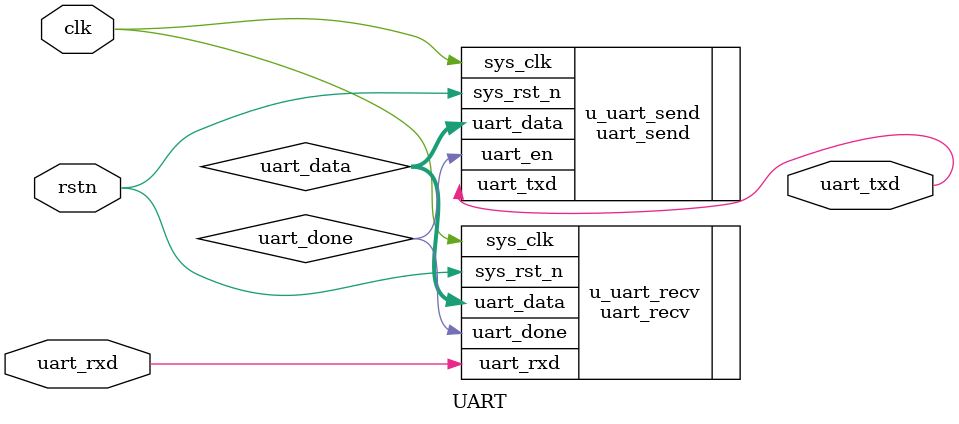
<source format=v>
module UART (
    input     clk,
    input     rstn,
    input        uart_rxd,    //FPGA串口接收端
    output    uart_txd        //FPGA串口发送端
);
parameter CLK_FREQ = 50000000;
parameter UART_BPS = 115200;
//模块之间的交互一定要用线网变量
wire [7:0]    uart_data;
wire            uart_done;
//例化串口接收子模块
uart_recv #(
    .CLK_FREQ        (CLK_FREQ),
    .UART_BPS        (UART_BPS)
)u_uart_recv(
    .sys_clk            (clk),
    .sys_rst_n        (rstn),
    .uart_rxd        (uart_rxd),        //接收端口的信号
    .uart_done        (uart_done),    //接收完成
    .uart_data        (uart_data)        //接收的数据，并行
);
//例化串口发送子模块
uart_send #(
    .CLK_FREQ        (CLK_FREQ),
    .UART_BPS        (UART_BPS)
)u_uart_send(
    .sys_clk            (clk),
    .sys_rst_n        (rstn),
    
    .uart_en            (uart_done),    //发送使能信号
    .uart_data        (uart_data),    //需要发送的串口数据，并行
    .uart_txd        (uart_txd)        //串口发送端
);
endmodule
</source>
